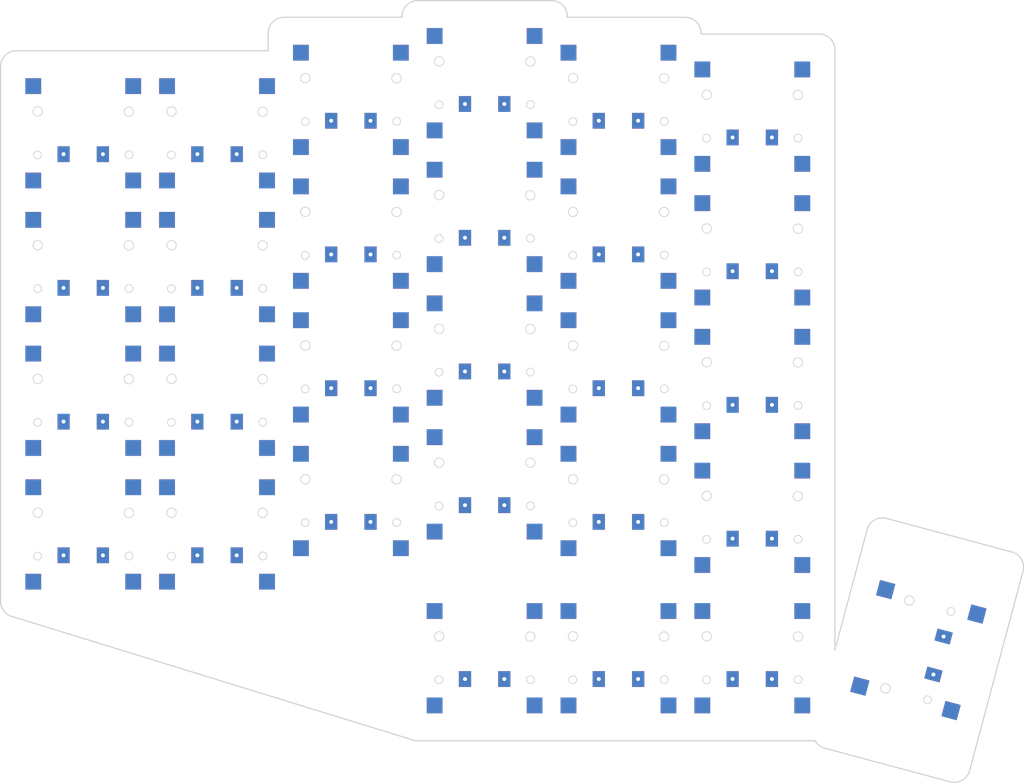
<source format=kicad_pcb>
(kicad_pcb (version 20240108) (generator "ergogen") (generator_version "4.1.0")
  (title_block (title "left") (date "2025-02-12") (rev "0.1") (company "Felipe Coury"))
  (layers (0 "F.Cu" signal) (31 "B.Cu" signal) (34 "B.Paste" user) (35 "F.Paste" user) (36 "B.SilkS" user "B.Silkscreen") (37 "F.SilkS" user "F.Silkscreen") (38 "B.Mask" user) (39 "F.Mask" user) (44 "Edge.Cuts" user))
  (net 0 "")
  (net 1 "C0")
  (net 2 "outer_bottom")
  (net 3 "outer_home")
  (net 4 "outer_top")
  (net 5 "outer_number")
  (net 6 "C1")
  (net 7 "pinky_bottom")
  (net 8 "pinky_home")
  (net 9 "pinky_top")
  (net 10 "pinky_number")
  (net 11 "C2")
  (net 12 "ring_bottom")
  (net 13 "ring_home")
  (net 14 "ring_top")
  (net 15 "ring_number")
  (net 16 "C3")
  (net 17 "middle_bottom")
  (net 18 "middle_home")
  (net 19 "middle_top")
  (net 20 "middle_number")
  (net 21 "C4")
  (net 22 "index_bottom")
  (net 23 "index_home")
  (net 24 "index_top")
  (net 25 "index_number")
  (net 26 "C5")
  (net 27 "inner_bottom")
  (net 28 "inner_home")
  (net 29 "inner_top")
  (net 30 "inner_number")
  (net 31 "inward_home")
  (net 32 "outward_home")
  (net 33 "small_thumbkey_home")
  (net 34 "thumbkey_home")
  (footprint "CPG1316S01D02_reversible" (at 100 100 0) (layer F.Cu)
    (property "Reference" "S1" hide)
    (pad "1" thru_hole rect (at -2.5 2.65 0) (size 1.55 2) (drill 0.5) (layers "*.Cu" "*.Mask") (net 1 "C0"))
    (pad "2" thru_hole rect (at 2.5 2.65 0) (size 1.55 2) (drill 0.5) (layers "*.Cu" "*.Mask") (net 2 "outer_bottom"))
    (pad "3" smd rect (at -6.35 -6 0) (size 2 2) (layers "F.Cu" "F.Paste" "F.Mask") (net 0 ""))
    (pad "3" smd rect (at -6.35 -6 0) (size 2 2) (layers "B.Cu" "B.Paste" "B.Mask") (net 0 ""))
    (pad "3" smd rect (at -6.35 6 0) (size 2 2) (layers "F.Cu" "F.Paste" "F.Mask") (net 0 ""))
    (pad "3" smd rect (at -6.35 6 0) (size 2 2) (layers "B.Cu" "B.Paste" "B.Mask") (net 0 ""))
    (pad "3" smd rect (at 6.35 -6 0) (size 2 2) (layers "F.Cu" "F.Paste" "F.Mask") (net 0 ""))
    (pad "3" smd rect (at 6.35 -6 0) (size 2 2) (layers "B.Cu" "B.Paste" "B.Mask") (net 0 ""))
    (pad "3" smd rect (at 6.35 6 0) (size 2 2) (layers "F.Cu" "F.Paste" "F.Mask") (net 0 ""))
    (pad "3" smd rect (at 6.35 6 0) (size 2 2) (layers "B.Cu" "B.Paste" "B.Mask") (net 0 ""))
    (fp_circle (center -5.8 2.75) (end -5.3 2.75) (stroke (width 0.1)) (fill none) (layer "Edge.Cuts"))
    (fp_circle (center -5.781 -2.773) (end -6.381 -2.773) (stroke (width 0.1)) (fill none) (layer "Edge.Cuts"))
    (fp_circle (center 5.8 -2.75) (end 6.4 -2.75) (stroke (width 0.1)) (fill none) (layer "Edge.Cuts"))
    (fp_circle (center 5.819 2.727) (end 5.319 2.727) (stroke (width 0.1)) (fill none) (layer "Edge.Cuts"))
  )
  (footprint "CPG1316S01D02_reversible" (at 100 83 0) (layer F.Cu)
    (property "Reference" "S2" hide)
    (pad "1" thru_hole rect (at -2.5 2.65 0) (size 1.55 2) (drill 0.5) (layers "*.Cu" "*.Mask") (net 1 "C0"))
    (pad "2" thru_hole rect (at 2.5 2.65 0) (size 1.55 2) (drill 0.5) (layers "*.Cu" "*.Mask") (net 3 "outer_home"))
    (pad "3" smd rect (at -6.35 -6 0) (size 2 2) (layers "F.Cu" "F.Paste" "F.Mask") (net 0 ""))
    (pad "3" smd rect (at -6.35 -6 0) (size 2 2) (layers "B.Cu" "B.Paste" "B.Mask") (net 0 ""))
    (pad "3" smd rect (at -6.35 6 0) (size 2 2) (layers "F.Cu" "F.Paste" "F.Mask") (net 0 ""))
    (pad "3" smd rect (at -6.35 6 0) (size 2 2) (layers "B.Cu" "B.Paste" "B.Mask") (net 0 ""))
    (pad "3" smd rect (at 6.35 -6 0) (size 2 2) (layers "F.Cu" "F.Paste" "F.Mask") (net 0 ""))
    (pad "3" smd rect (at 6.35 -6 0) (size 2 2) (layers "B.Cu" "B.Paste" "B.Mask") (net 0 ""))
    (pad "3" smd rect (at 6.35 6 0) (size 2 2) (layers "F.Cu" "F.Paste" "F.Mask") (net 0 ""))
    (pad "3" smd rect (at 6.35 6 0) (size 2 2) (layers "B.Cu" "B.Paste" "B.Mask") (net 0 ""))
    (fp_circle (center -5.8 2.75) (end -5.3 2.75) (stroke (width 0.1)) (fill none) (layer "Edge.Cuts"))
    (fp_circle (center -5.781 -2.773) (end -6.381 -2.773) (stroke (width 0.1)) (fill none) (layer "Edge.Cuts"))
    (fp_circle (center 5.8 -2.75) (end 6.4 -2.75) (stroke (width 0.1)) (fill none) (layer "Edge.Cuts"))
    (fp_circle (center 5.819 2.727) (end 5.319 2.727) (stroke (width 0.1)) (fill none) (layer "Edge.Cuts"))
  )
  (footprint "CPG1316S01D02_reversible" (at 100 66 0) (layer F.Cu)
    (property "Reference" "S3" hide)
    (pad "1" thru_hole rect (at -2.5 2.65 0) (size 1.55 2) (drill 0.5) (layers "*.Cu" "*.Mask") (net 1 "C0"))
    (pad "2" thru_hole rect (at 2.5 2.65 0) (size 1.55 2) (drill 0.5) (layers "*.Cu" "*.Mask") (net 4 "outer_top"))
    (pad "3" smd rect (at -6.35 -6 0) (size 2 2) (layers "F.Cu" "F.Paste" "F.Mask") (net 0 ""))
    (pad "3" smd rect (at -6.35 -6 0) (size 2 2) (layers "B.Cu" "B.Paste" "B.Mask") (net 0 ""))
    (pad "3" smd rect (at -6.35 6 0) (size 2 2) (layers "F.Cu" "F.Paste" "F.Mask") (net 0 ""))
    (pad "3" smd rect (at -6.35 6 0) (size 2 2) (layers "B.Cu" "B.Paste" "B.Mask") (net 0 ""))
    (pad "3" smd rect (at 6.35 -6 0) (size 2 2) (layers "F.Cu" "F.Paste" "F.Mask") (net 0 ""))
    (pad "3" smd rect (at 6.35 -6 0) (size 2 2) (layers "B.Cu" "B.Paste" "B.Mask") (net 0 ""))
    (pad "3" smd rect (at 6.35 6 0) (size 2 2) (layers "F.Cu" "F.Paste" "F.Mask") (net 0 ""))
    (pad "3" smd rect (at 6.35 6 0) (size 2 2) (layers "B.Cu" "B.Paste" "B.Mask") (net 0 ""))
    (fp_circle (center -5.8 2.75) (end -5.3 2.75) (stroke (width 0.1)) (fill none) (layer "Edge.Cuts"))
    (fp_circle (center -5.781 -2.773) (end -6.381 -2.773) (stroke (width 0.1)) (fill none) (layer "Edge.Cuts"))
    (fp_circle (center 5.8 -2.75) (end 6.4 -2.75) (stroke (width 0.1)) (fill none) (layer "Edge.Cuts"))
    (fp_circle (center 5.819 2.727) (end 5.319 2.727) (stroke (width 0.1)) (fill none) (layer "Edge.Cuts"))
  )
  (footprint "CPG1316S01D02_reversible" (at 100 49 0) (layer F.Cu)
    (property "Reference" "S4" hide)
    (pad "1" thru_hole rect (at -2.5 2.65 0) (size 1.55 2) (drill 0.5) (layers "*.Cu" "*.Mask") (net 1 "C0"))
    (pad "2" thru_hole rect (at 2.5 2.65 0) (size 1.55 2) (drill 0.5) (layers "*.Cu" "*.Mask") (net 5 "outer_number"))
    (pad "3" smd rect (at -6.35 -6 0) (size 2 2) (layers "F.Cu" "F.Paste" "F.Mask") (net 0 ""))
    (pad "3" smd rect (at -6.35 -6 0) (size 2 2) (layers "B.Cu" "B.Paste" "B.Mask") (net 0 ""))
    (pad "3" smd rect (at -6.35 6 0) (size 2 2) (layers "F.Cu" "F.Paste" "F.Mask") (net 0 ""))
    (pad "3" smd rect (at -6.35 6 0) (size 2 2) (layers "B.Cu" "B.Paste" "B.Mask") (net 0 ""))
    (pad "3" smd rect (at 6.35 -6 0) (size 2 2) (layers "F.Cu" "F.Paste" "F.Mask") (net 0 ""))
    (pad "3" smd rect (at 6.35 -6 0) (size 2 2) (layers "B.Cu" "B.Paste" "B.Mask") (net 0 ""))
    (pad "3" smd rect (at 6.35 6 0) (size 2 2) (layers "F.Cu" "F.Paste" "F.Mask") (net 0 ""))
    (pad "3" smd rect (at 6.35 6 0) (size 2 2) (layers "B.Cu" "B.Paste" "B.Mask") (net 0 ""))
    (fp_circle (center -5.8 2.75) (end -5.3 2.75) (stroke (width 0.1)) (fill none) (layer "Edge.Cuts"))
    (fp_circle (center -5.781 -2.773) (end -6.381 -2.773) (stroke (width 0.1)) (fill none) (layer "Edge.Cuts"))
    (fp_circle (center 5.8 -2.75) (end 6.4 -2.75) (stroke (width 0.1)) (fill none) (layer "Edge.Cuts"))
    (fp_circle (center 5.819 2.727) (end 5.319 2.727) (stroke (width 0.1)) (fill none) (layer "Edge.Cuts"))
  )
  (footprint "CPG1316S01D02_reversible" (at 117 100 0) (layer F.Cu)
    (property "Reference" "S5" hide)
    (pad "1" thru_hole rect (at -2.5 2.65 0) (size 1.55 2) (drill 0.5) (layers "*.Cu" "*.Mask") (net 6 "C1"))
    (pad "2" thru_hole rect (at 2.5 2.65 0) (size 1.55 2) (drill 0.5) (layers "*.Cu" "*.Mask") (net 7 "pinky_bottom"))
    (pad "3" smd rect (at -6.35 -6 0) (size 2 2) (layers "F.Cu" "F.Paste" "F.Mask") (net 0 ""))
    (pad "3" smd rect (at -6.35 -6 0) (size 2 2) (layers "B.Cu" "B.Paste" "B.Mask") (net 0 ""))
    (pad "3" smd rect (at -6.35 6 0) (size 2 2) (layers "F.Cu" "F.Paste" "F.Mask") (net 0 ""))
    (pad "3" smd rect (at -6.35 6 0) (size 2 2) (layers "B.Cu" "B.Paste" "B.Mask") (net 0 ""))
    (pad "3" smd rect (at 6.35 -6 0) (size 2 2) (layers "F.Cu" "F.Paste" "F.Mask") (net 0 ""))
    (pad "3" smd rect (at 6.35 -6 0) (size 2 2) (layers "B.Cu" "B.Paste" "B.Mask") (net 0 ""))
    (pad "3" smd rect (at 6.35 6 0) (size 2 2) (layers "F.Cu" "F.Paste" "F.Mask") (net 0 ""))
    (pad "3" smd rect (at 6.35 6 0) (size 2 2) (layers "B.Cu" "B.Paste" "B.Mask") (net 0 ""))
    (fp_circle (center -5.8 2.75) (end -5.3 2.75) (stroke (width 0.1)) (fill none) (layer "Edge.Cuts"))
    (fp_circle (center -5.781 -2.773) (end -6.381 -2.773) (stroke (width 0.1)) (fill none) (layer "Edge.Cuts"))
    (fp_circle (center 5.8 -2.75) (end 6.4 -2.75) (stroke (width 0.1)) (fill none) (layer "Edge.Cuts"))
    (fp_circle (center 5.819 2.727) (end 5.319 2.727) (stroke (width 0.1)) (fill none) (layer "Edge.Cuts"))
  )
  (footprint "CPG1316S01D02_reversible" (at 117 83 0) (layer F.Cu)
    (property "Reference" "S6" hide)
    (pad "1" thru_hole rect (at -2.5 2.65 0) (size 1.55 2) (drill 0.5) (layers "*.Cu" "*.Mask") (net 6 "C1"))
    (pad "2" thru_hole rect (at 2.5 2.65 0) (size 1.55 2) (drill 0.5) (layers "*.Cu" "*.Mask") (net 8 "pinky_home"))
    (pad "3" smd rect (at -6.35 -6 0) (size 2 2) (layers "F.Cu" "F.Paste" "F.Mask") (net 0 ""))
    (pad "3" smd rect (at -6.35 -6 0) (size 2 2) (layers "B.Cu" "B.Paste" "B.Mask") (net 0 ""))
    (pad "3" smd rect (at -6.35 6 0) (size 2 2) (layers "F.Cu" "F.Paste" "F.Mask") (net 0 ""))
    (pad "3" smd rect (at -6.35 6 0) (size 2 2) (layers "B.Cu" "B.Paste" "B.Mask") (net 0 ""))
    (pad "3" smd rect (at 6.35 -6 0) (size 2 2) (layers "F.Cu" "F.Paste" "F.Mask") (net 0 ""))
    (pad "3" smd rect (at 6.35 -6 0) (size 2 2) (layers "B.Cu" "B.Paste" "B.Mask") (net 0 ""))
    (pad "3" smd rect (at 6.35 6 0) (size 2 2) (layers "F.Cu" "F.Paste" "F.Mask") (net 0 ""))
    (pad "3" smd rect (at 6.35 6 0) (size 2 2) (layers "B.Cu" "B.Paste" "B.Mask") (net 0 ""))
    (fp_circle (center -5.8 2.75) (end -5.3 2.75) (stroke (width 0.1)) (fill none) (layer "Edge.Cuts"))
    (fp_circle (center -5.781 -2.773) (end -6.381 -2.773) (stroke (width 0.1)) (fill none) (layer "Edge.Cuts"))
    (fp_circle (center 5.8 -2.75) (end 6.4 -2.75) (stroke (width 0.1)) (fill none) (layer "Edge.Cuts"))
    (fp_circle (center 5.819 2.727) (end 5.319 2.727) (stroke (width 0.1)) (fill none) (layer "Edge.Cuts"))
  )
  (footprint "CPG1316S01D02_reversible" (at 117 66 0) (layer F.Cu)
    (property "Reference" "S7" hide)
    (pad "1" thru_hole rect (at -2.5 2.65 0) (size 1.55 2) (drill 0.5) (layers "*.Cu" "*.Mask") (net 6 "C1"))
    (pad "2" thru_hole rect (at 2.5 2.65 0) (size 1.55 2) (drill 0.5) (layers "*.Cu" "*.Mask") (net 9 "pinky_top"))
    (pad "3" smd rect (at -6.35 -6 0) (size 2 2) (layers "F.Cu" "F.Paste" "F.Mask") (net 0 ""))
    (pad "3" smd rect (at -6.35 -6 0) (size 2 2) (layers "B.Cu" "B.Paste" "B.Mask") (net 0 ""))
    (pad "3" smd rect (at -6.35 6 0) (size 2 2) (layers "F.Cu" "F.Paste" "F.Mask") (net 0 ""))
    (pad "3" smd rect (at -6.35 6 0) (size 2 2) (layers "B.Cu" "B.Paste" "B.Mask") (net 0 ""))
    (pad "3" smd rect (at 6.35 -6 0) (size 2 2) (layers "F.Cu" "F.Paste" "F.Mask") (net 0 ""))
    (pad "3" smd rect (at 6.35 -6 0) (size 2 2) (layers "B.Cu" "B.Paste" "B.Mask") (net 0 ""))
    (pad "3" smd rect (at 6.35 6 0) (size 2 2) (layers "F.Cu" "F.Paste" "F.Mask") (net 0 ""))
    (pad "3" smd rect (at 6.35 6 0) (size 2 2) (layers "B.Cu" "B.Paste" "B.Mask") (net 0 ""))
    (fp_circle (center -5.8 2.75) (end -5.3 2.75) (stroke (width 0.1)) (fill none) (layer "Edge.Cuts"))
    (fp_circle (center -5.781 -2.773) (end -6.381 -2.773) (stroke (width 0.1)) (fill none) (layer "Edge.Cuts"))
    (fp_circle (center 5.8 -2.75) (end 6.4 -2.75) (stroke (width 0.1)) (fill none) (layer "Edge.Cuts"))
    (fp_circle (center 5.819 2.727) (end 5.319 2.727) (stroke (width 0.1)) (fill none) (layer "Edge.Cuts"))
  )
  (footprint "CPG1316S01D02_reversible" (at 117 49 0) (layer F.Cu)
    (property "Reference" "S8" hide)
    (pad "1" thru_hole rect (at -2.5 2.65 0) (size 1.55 2) (drill 0.5) (layers "*.Cu" "*.Mask") (net 6 "C1"))
    (pad "2" thru_hole rect (at 2.5 2.65 0) (size 1.55 2) (drill 0.5) (layers "*.Cu" "*.Mask") (net 10 "pinky_number"))
    (pad "3" smd rect (at -6.35 -6 0) (size 2 2) (layers "F.Cu" "F.Paste" "F.Mask") (net 0 ""))
    (pad "3" smd rect (at -6.35 -6 0) (size 2 2) (layers "B.Cu" "B.Paste" "B.Mask") (net 0 ""))
    (pad "3" smd rect (at -6.35 6 0) (size 2 2) (layers "F.Cu" "F.Paste" "F.Mask") (net 0 ""))
    (pad "3" smd rect (at -6.35 6 0) (size 2 2) (layers "B.Cu" "B.Paste" "B.Mask") (net 0 ""))
    (pad "3" smd rect (at 6.35 -6 0) (size 2 2) (layers "F.Cu" "F.Paste" "F.Mask") (net 0 ""))
    (pad "3" smd rect (at 6.35 -6 0) (size 2 2) (layers "B.Cu" "B.Paste" "B.Mask") (net 0 ""))
    (pad "3" smd rect (at 6.35 6 0) (size 2 2) (layers "F.Cu" "F.Paste" "F.Mask") (net 0 ""))
    (pad "3" smd rect (at 6.35 6 0) (size 2 2) (layers "B.Cu" "B.Paste" "B.Mask") (net 0 ""))
    (fp_circle (center -5.8 2.75) (end -5.3 2.75) (stroke (width 0.1)) (fill none) (layer "Edge.Cuts"))
    (fp_circle (center -5.781 -2.773) (end -6.381 -2.773) (stroke (width 0.1)) (fill none) (layer "Edge.Cuts"))
    (fp_circle (center 5.8 -2.75) (end 6.4 -2.75) (stroke (width 0.1)) (fill none) (layer "Edge.Cuts"))
    (fp_circle (center 5.819 2.727) (end 5.319 2.727) (stroke (width 0.1)) (fill none) (layer "Edge.Cuts"))
  )
  (footprint "CPG1316S01D02_reversible" (at 134 95.75 0) (layer F.Cu)
    (property "Reference" "S9" hide)
    (pad "1" thru_hole rect (at -2.5 2.65 0) (size 1.55 2) (drill 0.5) (layers "*.Cu" "*.Mask") (net 11 "C2"))
    (pad "2" thru_hole rect (at 2.5 2.65 0) (size 1.55 2) (drill 0.5) (layers "*.Cu" "*.Mask") (net 12 "ring_bottom"))
    (pad "3" smd rect (at -6.35 -6 0) (size 2 2) (layers "F.Cu" "F.Paste" "F.Mask") (net 0 ""))
    (pad "3" smd rect (at -6.35 -6 0) (size 2 2) (layers "B.Cu" "B.Paste" "B.Mask") (net 0 ""))
    (pad "3" smd rect (at -6.35 6 0) (size 2 2) (layers "F.Cu" "F.Paste" "F.Mask") (net 0 ""))
    (pad "3" smd rect (at -6.35 6 0) (size 2 2) (layers "B.Cu" "B.Paste" "B.Mask") (net 0 ""))
    (pad "3" smd rect (at 6.35 -6 0) (size 2 2) (layers "F.Cu" "F.Paste" "F.Mask") (net 0 ""))
    (pad "3" smd rect (at 6.35 -6 0) (size 2 2) (layers "B.Cu" "B.Paste" "B.Mask") (net 0 ""))
    (pad "3" smd rect (at 6.35 6 0) (size 2 2) (layers "F.Cu" "F.Paste" "F.Mask") (net 0 ""))
    (pad "3" smd rect (at 6.35 6 0) (size 2 2) (layers "B.Cu" "B.Paste" "B.Mask") (net 0 ""))
    (fp_circle (center -5.8 2.75) (end -5.3 2.75) (stroke (width 0.1)) (fill none) (layer "Edge.Cuts"))
    (fp_circle (center -5.781 -2.773) (end -6.381 -2.773) (stroke (width 0.1)) (fill none) (layer "Edge.Cuts"))
    (fp_circle (center 5.8 -2.75) (end 6.4 -2.75) (stroke (width 0.1)) (fill none) (layer "Edge.Cuts"))
    (fp_circle (center 5.819 2.727) (end 5.319 2.727) (stroke (width 0.1)) (fill none) (layer "Edge.Cuts"))
  )
  (footprint "CPG1316S01D02_reversible" (at 134 78.75 0) (layer F.Cu)
    (property "Reference" "S10" hide)
    (pad "1" thru_hole rect (at -2.5 2.65 0) (size 1.55 2) (drill 0.5) (layers "*.Cu" "*.Mask") (net 11 "C2"))
    (pad "2" thru_hole rect (at 2.5 2.65 0) (size 1.55 2) (drill 0.5) (layers "*.Cu" "*.Mask") (net 13 "ring_home"))
    (pad "3" smd rect (at -6.35 -6 0) (size 2 2) (layers "F.Cu" "F.Paste" "F.Mask") (net 0 ""))
    (pad "3" smd rect (at -6.35 -6 0) (size 2 2) (layers "B.Cu" "B.Paste" "B.Mask") (net 0 ""))
    (pad "3" smd rect (at -6.35 6 0) (size 2 2) (layers "F.Cu" "F.Paste" "F.Mask") (net 0 ""))
    (pad "3" smd rect (at -6.35 6 0) (size 2 2) (layers "B.Cu" "B.Paste" "B.Mask") (net 0 ""))
    (pad "3" smd rect (at 6.35 -6 0) (size 2 2) (layers "F.Cu" "F.Paste" "F.Mask") (net 0 ""))
    (pad "3" smd rect (at 6.35 -6 0) (size 2 2) (layers "B.Cu" "B.Paste" "B.Mask") (net 0 ""))
    (pad "3" smd rect (at 6.35 6 0) (size 2 2) (layers "F.Cu" "F.Paste" "F.Mask") (net 0 ""))
    (pad "3" smd rect (at 6.35 6 0) (size 2 2) (layers "B.Cu" "B.Paste" "B.Mask") (net 0 ""))
    (fp_circle (center -5.8 2.75) (end -5.3 2.75) (stroke (width 0.1)) (fill none) (layer "Edge.Cuts"))
    (fp_circle (center -5.781 -2.773) (end -6.381 -2.773) (stroke (width 0.1)) (fill none) (layer "Edge.Cuts"))
    (fp_circle (center 5.8 -2.75) (end 6.4 -2.75) (stroke (width 0.1)) (fill none) (layer "Edge.Cuts"))
    (fp_circle (center 5.819 2.727) (end 5.319 2.727) (stroke (width 0.1)) (fill none) (layer "Edge.Cuts"))
  )
  (footprint "CPG1316S01D02_reversible" (at 134 61.75 0) (layer F.Cu)
    (property "Reference" "S11" hide)
    (pad "1" thru_hole rect (at -2.5 2.65 0) (size 1.55 2) (drill 0.5) (layers "*.Cu" "*.Mask") (net 11 "C2"))
    (pad "2" thru_hole rect (at 2.5 2.65 0) (size 1.55 2) (drill 0.5) (layers "*.Cu" "*.Mask") (net 14 "ring_top"))
    (pad "3" smd rect (at -6.35 -6 0) (size 2 2) (layers "F.Cu" "F.Paste" "F.Mask") (net 0 ""))
    (pad "3" smd rect (at -6.35 -6 0) (size 2 2) (layers "B.Cu" "B.Paste" "B.Mask") (net 0 ""))
    (pad "3" smd rect (at -6.35 6 0) (size 2 2) (layers "F.Cu" "F.Paste" "F.Mask") (net 0 ""))
    (pad "3" smd rect (at -6.35 6 0) (size 2 2) (layers "B.Cu" "B.Paste" "B.Mask") (net 0 ""))
    (pad "3" smd rect (at 6.35 -6 0) (size 2 2) (layers "F.Cu" "F.Paste" "F.Mask") (net 0 ""))
    (pad "3" smd rect (at 6.35 -6 0) (size 2 2) (layers "B.Cu" "B.Paste" "B.Mask") (net 0 ""))
    (pad "3" smd rect (at 6.35 6 0) (size 2 2) (layers "F.Cu" "F.Paste" "F.Mask") (net 0 ""))
    (pad "3" smd rect (at 6.35 6 0) (size 2 2) (layers "B.Cu" "B.Paste" "B.Mask") (net 0 ""))
    (fp_circle (center -5.8 2.75) (end -5.3 2.75) (stroke (width 0.1)) (fill none) (layer "Edge.Cuts"))
    (fp_circle (center -5.781 -2.773) (end -6.381 -2.773) (stroke (width 0.1)) (fill none) (layer "Edge.Cuts"))
    (fp_circle (center 5.8 -2.75) (end 6.4 -2.75) (stroke (width 0.1)) (fill none) (layer "Edge.Cuts"))
    (fp_circle (center 5.819 2.727) (end 5.319 2.727) (stroke (width 0.1)) (fill none) (layer "Edge.Cuts"))
  )
  (footprint "CPG1316S01D02_reversible" (at 134 44.75 0) (layer F.Cu)
    (property "Reference" "S12" hide)
    (pad "1" thru_hole rect (at -2.5 2.65 0) (size 1.55 2) (drill 0.5) (layers "*.Cu" "*.Mask") (net 11 "C2"))
    (pad "2" thru_hole rect (at 2.5 2.65 0) (size 1.55 2) (drill 0.5) (layers "*.Cu" "*.Mask") (net 15 "ring_number"))
    (pad "3" smd rect (at -6.35 -6 0) (size 2 2) (layers "F.Cu" "F.Paste" "F.Mask") (net 0 ""))
    (pad "3" smd rect (at -6.35 -6 0) (size 2 2) (layers "B.Cu" "B.Paste" "B.Mask") (net 0 ""))
    (pad "3" smd rect (at -6.35 6 0) (size 2 2) (layers "F.Cu" "F.Paste" "F.Mask") (net 0 ""))
    (pad "3" smd rect (at -6.35 6 0) (size 2 2) (layers "B.Cu" "B.Paste" "B.Mask") (net 0 ""))
    (pad "3" smd rect (at 6.35 -6 0) (size 2 2) (layers "F.Cu" "F.Paste" "F.Mask") (net 0 ""))
    (pad "3" smd rect (at 6.35 -6 0) (size 2 2) (layers "B.Cu" "B.Paste" "B.Mask") (net 0 ""))
    (pad "3" smd rect (at 6.35 6 0) (size 2 2) (layers "F.Cu" "F.Paste" "F.Mask") (net 0 ""))
    (pad "3" smd rect (at 6.35 6 0) (size 2 2) (layers "B.Cu" "B.Paste" "B.Mask") (net 0 ""))
    (fp_circle (center -5.8 2.75) (end -5.3 2.75) (stroke (width 0.1)) (fill none) (layer "Edge.Cuts"))
    (fp_circle (center -5.781 -2.773) (end -6.381 -2.773) (stroke (width 0.1)) (fill none) (layer "Edge.Cuts"))
    (fp_circle (center 5.8 -2.75) (end 6.4 -2.75) (stroke (width 0.1)) (fill none) (layer "Edge.Cuts"))
    (fp_circle (center 5.819 2.727) (end 5.319 2.727) (stroke (width 0.1)) (fill none) (layer "Edge.Cuts"))
  )
  (footprint "CPG1316S01D02_reversible" (at 151 93.625 0) (layer F.Cu)
    (property "Reference" "S13" hide)
    (pad "1" thru_hole rect (at -2.5 2.65 0) (size 1.55 2) (drill 0.5) (layers "*.Cu" "*.Mask") (net 16 "C3"))
    (pad "2" thru_hole rect (at 2.5 2.65 0) (size 1.55 2) (drill 0.5) (layers "*.Cu" "*.Mask") (net 17 "middle_bottom"))
    (pad "3" smd rect (at -6.35 -6 0) (size 2 2) (layers "F.Cu" "F.Paste" "F.Mask") (net 0 ""))
    (pad "3" smd rect (at -6.35 -6 0) (size 2 2) (layers "B.Cu" "B.Paste" "B.Mask") (net 0 ""))
    (pad "3" smd rect (at -6.35 6 0) (size 2 2) (layers "F.Cu" "F.Paste" "F.Mask") (net 0 ""))
    (pad "3" smd rect (at -6.35 6 0) (size 2 2) (layers "B.Cu" "B.Paste" "B.Mask") (net 0 ""))
    (pad "3" smd rect (at 6.35 -6 0) (size 2 2) (layers "F.Cu" "F.Paste" "F.Mask") (net 0 ""))
    (pad "3" smd rect (at 6.35 -6 0) (size 2 2) (layers "B.Cu" "B.Paste" "B.Mask") (net 0 ""))
    (pad "3" smd rect (at 6.35 6 0) (size 2 2) (layers "F.Cu" "F.Paste" "F.Mask") (net 0 ""))
    (pad "3" smd rect (at 6.35 6 0) (size 2 2) (layers "B.Cu" "B.Paste" "B.Mask") (net 0 ""))
    (fp_circle (center -5.8 2.75) (end -5.3 2.75) (stroke (width 0.1)) (fill none) (layer "Edge.Cuts"))
    (fp_circle (center -5.781 -2.773) (end -6.381 -2.773) (stroke (width 0.1)) (fill none) (layer "Edge.Cuts"))
    (fp_circle (center 5.8 -2.75) (end 6.4 -2.75) (stroke (width 0.1)) (fill none) (layer "Edge.Cuts"))
    (fp_circle (center 5.819 2.727) (end 5.319 2.727) (stroke (width 0.1)) (fill none) (layer "Edge.Cuts"))
  )
  (footprint "CPG1316S01D02_reversible" (at 151 76.625 0) (layer F.Cu)
    (property "Reference" "S14" hide)
    (pad "1" thru_hole rect (at -2.5 2.65 0) (size 1.55 2) (drill 0.5) (layers "*.Cu" "*.Mask") (net 16 "C3"))
    (pad "2" thru_hole rect (at 2.5 2.65 0) (size 1.55 2) (drill 0.5) (layers "*.Cu" "*.Mask") (net 18 "middle_home"))
    (pad "3" smd rect (at -6.35 -6 0) (size 2 2) (layers "F.Cu" "F.Paste" "F.Mask") (net 0 ""))
    (pad "3" smd rect (at -6.35 -6 0) (size 2 2) (layers "B.Cu" "B.Paste" "B.Mask") (net 0 ""))
    (pad "3" smd rect (at -6.35 6 0) (size 2 2) (layers "F.Cu" "F.Paste" "F.Mask") (net 0 ""))
    (pad "3" smd rect (at -6.35 6 0) (size 2 2) (layers "B.Cu" "B.Paste" "B.Mask") (net 0 ""))
    (pad "3" smd rect (at 6.35 -6 0) (size 2 2) (layers "F.Cu" "F.Paste" "F.Mask") (net 0 ""))
    (pad "3" smd rect (at 6.35 -6 0) (size 2 2) (layers "B.Cu" "B.Paste" "B.Mask") (net 0 ""))
    (pad "3" smd rect (at 6.35 6 0) (size 2 2) (layers "F.Cu" "F.Paste" "F.Mask") (net 0 ""))
    (pad "3" smd rect (at 6.35 6 0) (size 2 2) (layers "B.Cu" "B.Paste" "B.Mask") (net 0 ""))
    (fp_circle (center -5.8 2.75) (end -5.3 2.75) (stroke (width 0.1)) (fill none) (layer "Edge.Cuts"))
    (fp_circle (center -5.781 -2.773) (end -6.381 -2.773) (stroke (width 0.1)) (fill none) (layer "Edge.Cuts"))
    (fp_circle (center 5.8 -2.75) (end 6.4 -2.75) (stroke (width 0.1)) (fill none) (layer "Edge.Cuts"))
    (fp_circle (center 5.819 2.727) (end 5.319 2.727) (stroke (width 0.1)) (fill none) (layer "Edge.Cuts"))
  )
  (footprint "CPG1316S01D02_reversible" (at 151 59.625 0) (layer F.Cu)
    (property "Reference" "S15" hide)
    (pad "1" thru_hole rect (at -2.5 2.65 0) (size 1.55 2) (drill 0.5) (layers "*.Cu" "*.Mask") (net 16 "C3"))
    (pad "2" thru_hole rect (at 2.5 2.65 0) (size 1.55 2) (drill 0.5) (layers "*.Cu" "*.Mask") (net 19 "middle_top"))
    (pad "3" smd rect (at -6.35 -6 0) (size 2 2) (layers "F.Cu" "F.Paste" "F.Mask") (net 0 ""))
    (pad "3" smd rect (at -6.35 -6 0) (size 2 2) (layers "B.Cu" "B.Paste" "B.Mask") (net 0 ""))
    (pad "3" smd rect (at -6.35 6 0) (size 2 2) (layers "F.Cu" "F.Paste" "F.Mask") (net 0 ""))
    (pad "3" smd rect (at -6.35 6 0) (size 2 2) (layers "B.Cu" "B.Paste" "B.Mask") (net 0 ""))
    (pad "3" smd rect (at 6.35 -6 0) (size 2 2) (layers "F.Cu" "F.Paste" "F.Mask") (net 0 ""))
    (pad "3" smd rect (at 6.35 -6 0) (size 2 2) (layers "B.Cu" "B.Paste" "B.Mask") (net 0 ""))
    (pad "3" smd rect (at 6.35 6 0) (size 2 2) (layers "F.Cu" "F.Paste" "F.Mask") (net 0 ""))
    (pad "3" smd rect (at 6.35 6 0) (size 2 2) (layers "B.Cu" "B.Paste" "B.Mask") (net 0 ""))
    (fp_circle (center -5.8 2.75) (end -5.3 2.75) (stroke (width 0.1)) (fill none) (layer "Edge.Cuts"))
    (fp_circle (center -5.781 -2.773) (end -6.381 -2.773) (stroke (width 0.1)) (fill none) (layer "Edge.Cuts"))
    (fp_circle (center 5.8 -2.75) (end 6.4 -2.75) (stroke (width 0.1)) (fill none) (layer "Edge.Cuts"))
    (fp_circle (center 5.819 2.727) (end 5.319 2.727) (stroke (width 0.1)) (fill none) (layer "Edge.Cuts"))
  )
  (footprint "CPG1316S01D02_reversible" (at 151 42.625 0) (layer F.Cu)
    (property "Reference" "S16" hide)
    (pad "1" thru_hole rect (at -2.5 2.65 0) (size 1.55 2) (drill 0.5) (layers "*.Cu" "*.Mask") (net 16 "C3"))
    (pad "2" thru_hole rect (at 2.5 2.65 0) (size 1.55 2) (drill 0.5) (layers "*.Cu" "*.Mask") (net 20 "middle_number"))
    (pad "3" smd rect (at -6.35 -6 0) (size 2 2) (layers "F.Cu" "F.Paste" "F.Mask") (net 0 ""))
    (pad "3" smd rect (at -6.35 -6 0) (size 2 2) (layers "B.Cu" "B.Paste" "B.Mask") (net 0 ""))
    (pad "3" smd rect (at -6.35 6 0) (size 2 2) (layers "F.Cu" "F.Paste" "F.Mask") (net 0 ""))
    (pad "3" smd rect (at -6.35 6 0) (size 2 2) (layers "B.Cu" "B.Paste" "B.Mask") (net 0 ""))
    (pad "3" smd rect (at 6.35 -6 0) (size 2 2) (layers "F.Cu" "F.Paste" "F.Mask") (net 0 ""))
    (pad "3" smd rect (at 6.35 -6 0) (size 2 2) (layers "B.Cu" "B.Paste" "B.Mask") (net 0 ""))
    (pad "3" smd rect (at 6.35 6 0) (size 2 2) (layers "F.Cu" "F.Paste" "F.Mask") (net 0 ""))
    (pad "3" smd rect (at 6.35 6 0) (size 2 2) (layers "B.Cu" "B.Paste" "B.Mask") (net 0 ""))
    (fp_circle (center -5.8 2.75) (end -5.3 2.75) (stroke (width 0.1)) (fill none) (layer "Edge.Cuts"))
    (fp_circle (center -5.781 -2.773) (end -6.381 -2.773) (stroke (width 0.1)) (fill none) (layer "Edge.Cuts"))
    (fp_circle (center 5.8 -2.75) (end 6.4 -2.75) (stroke (width 0.1)) (fill none) (layer "Edge.Cuts"))
    (fp_circle (center 5.819 2.727) (end 5.319 2.727) (stroke (width 0.1)) (fill none) (layer "Edge.Cuts"))
  )
  (footprint "CPG1316S01D02_reversible" (at 168 95.75 0) (layer F.Cu)
    (property "Reference" "S17" hide)
    (pad "1" thru_hole rect (at -2.5 2.65 0) (size 1.55 2) (drill 0.5) (layers "*.Cu" "*.Mask") (net 21 "C4"))
    (pad "2" thru_hole rect (at 2.5 2.65 0) (size 1.55 2) (drill 0.5) (layers "*.Cu" "*.Mask") (net 22 "index_bottom"))
    (pad "3" smd rect (at -6.35 -6 0) (size 2 2) (layers "F.Cu" "F.Paste" "F.Mask") (net 0 ""))
    (pad "3" smd rect (at -6.35 -6 0) (size 2 2) (layers "B.Cu" "B.Paste" "B.Mask") (net 0 ""))
    (pad "3" smd rect (at -6.35 6 0) (size 2 2) (layers "F.Cu" "F.Paste" "F.Mask") (net 0 ""))
    (pad "3" smd rect (at -6.35 6 0) (size 2 2) (layers "B.Cu" "B.Paste" "B.Mask") (net 0 ""))
    (pad "3" smd rect (at 6.35 -6 0) (size 2 2) (layers "F.Cu" "F.Paste" "F.Mask") (net 0 ""))
    (pad "3" smd rect (at 6.35 -6 0) (size 2 2) (layers "B.Cu" "B.Paste" "B.Mask") (net 0 ""))
    (pad "3" smd rect (at 6.35 6 0) (size 2 2) (layers "F.Cu" "F.Paste" "F.Mask") (net 0 ""))
    (pad "3" smd rect (at 6.35 6 0) (size 2 2) (layers "B.Cu" "B.Paste" "B.Mask") (net 0 ""))
    (fp_circle (center -5.8 2.75) (end -5.3 2.75) (stroke (width 0.1)) (fill none) (layer "Edge.Cuts"))
    (fp_circle (center -5.781 -2.773) (end -6.381 -2.773) (stroke (width 0.1)) (fill none) (layer "Edge.Cuts"))
    (fp_circle (center 5.8 -2.75) (end 6.4 -2.75) (stroke (width 0.1)) (fill none) (layer "Edge.Cuts"))
    (fp_circle (center 5.819 2.727) (end 5.319 2.727) (stroke (width 0.1)) (fill none) (layer "Edge.Cuts"))
  )
  (footprint "CPG1316S01D02_reversible" (at 168 78.75 0) (layer F.Cu)
    (property "Reference" "S18" hide)
    (pad "1" thru_hole rect (at -2.5 2.65 0) (size 1.55 2) (drill 0.5) (layers "*.Cu" "*.Mask") (net 21 "C4"))
    (pad "2" thru_hole rect (at 2.5 2.65 0) (size 1.55 2) (drill 0.5) (layers "*.Cu" "*.Mask") (net 23 "index_home"))
    (pad "3" smd rect (at -6.35 -6 0) (size 2 2) (layers "F.Cu" "F.Paste" "F.Mask") (net 0 ""))
    (pad "3" smd rect (at -6.35 -6 0) (size 2 2) (layers "B.Cu" "B.Paste" "B.Mask") (net 0 ""))
    (pad "3" smd rect (at -6.35 6 0) (size 2 2) (layers "F.Cu" "F.Paste" "F.Mask") (net 0 ""))
    (pad "3" smd rect (at -6.35 6 0) (size 2 2) (layers "B.Cu" "B.Paste" "B.Mask") (net 0 ""))
    (pad "3" smd rect (at 6.35 -6 0) (size 2 2) (layers "F.Cu" "F.Paste" "F.Mask") (net 0 ""))
    (pad "3" smd rect (at 6.35 -6 0) (size 2 2) (layers "B.Cu" "B.Paste" "B.Mask") (net 0 ""))
    (pad "3" smd rect (at 6.35 6 0) (size 2 2) (layers "F.Cu" "F.Paste" "F.Mask") (net 0 ""))
    (pad "3" smd rect (at 6.35 6 0) (size 2 2) (layers "B.Cu" "B.Paste" "B.Mask") (net 0 ""))
    (fp_circle (center -5.8 2.75) (end -5.3 2.75) (stroke (width 0.1)) (fill none) (layer "Edge.Cuts"))
    (fp_circle (center -5.781 -2.773) (end -6.381 -2.773) (stroke (width 0.1)) (fill none) (layer "Edge.Cuts"))
    (fp_circle (center 5.8 -2.75) (end 6.4 -2.75) (stroke (width 0.1)) (fill none) (layer "Edge.Cuts"))
    (fp_circle (center 5.819 2.727) (end 5.319 2.727) (stroke (width 0.1)) (fill none) (layer "Edge.Cuts"))
  )
  (footprint "CPG1316S01D02_reversible" (at 168 61.75 0) (layer F.Cu)
    (property "Reference" "S19" hide)
    (pad "1" thru_hole rect (at -2.5 2.65 0) (size 1.55 2) (drill 0.5) (layers "*.Cu" "*.Mask") (net 21 "C4"))
    (pad "2" thru_hole rect (at 2.5 2.65 0) (size 1.55 2) (drill 0.5) (layers "*.Cu" "*.Mask") (net 24 "index_top"))
    (pad "3" smd rect (at -6.35 -6 0) (size 2 2) (layers "F.Cu" "F.Paste" "F.Mask") (net 0 ""))
    (pad "3" smd rect (at -6.35 -6 0) (size 2 2) (layers "B.Cu" "B.Paste" "B.Mask") (net 0 ""))
    (pad "3" smd rect (at -6.35 6 0) (size 2 2) (layers "F.Cu" "F.Paste" "F.Mask") (net 0 ""))
    (pad "3" smd rect (at -6.35 6 0) (size 2 2) (layers "B.Cu" "B.Paste" "B.Mask") (net 0 ""))
    (pad "3" smd rect (at 6.35 -6 0) (size 2 2) (layers "F.Cu" "F.Paste" "F.Mask") (net 0 ""))
    (pad "3" smd rect (at 6.35 -6 0) (size 2 2) (layers "B.Cu" "B.Paste" "B.Mask") (net 0 ""))
    (pad "3" smd rect (at 6.35 6 0) (size 2 2) (layers "F.Cu" "F.Paste" "F.Mask") (net 0 ""))
    (pad "3" smd rect (at 6.35 6 0) (size 2 2) (layers "B.Cu" "B.Paste" "B.Mask") (net 0 ""))
    (fp_circle (center -5.8 2.75) (end -5.3 2.75) (stroke (width 0.1)) (fill none) (layer "Edge.Cuts"))
    (fp_circle (center -5.781 -2.773) (end -6.381 -2.773) (stroke (width 0.1)) (fill none) (layer "Edge.Cuts"))
    (fp_circle (center 5.8 -2.75) (end 6.4 -2.75) (stroke (width 0.1)) (fill none) (layer "Edge.Cuts"))
    (fp_circle (center 5.819 2.727) (end 5.319 2.727) (stroke (width 0.1)) (fill none) (layer "Edge.Cuts"))
  )
  (footprint "CPG1316S01D02_reversible" (at 168 44.75 0) (layer F.Cu)
    (property "Reference" "S20" hide)
    (pad "1" thru_hole rect (at -2.5 2.65 0) (size 1.55 2) (drill 0.5) (layers "*.Cu" "*.Mask") (net 21 "C4"))
    (pad "2" thru_hole rect (at 2.5 2.65 0) (size 1.55 2) (drill 0.5) (layers "*.Cu" "*.Mask") (net 25 "index_number"))
    (pad "3" smd rect (at -6.35 -6 0) (size 2 2) (layers "F.Cu" "F.Paste" "F.Mask") (net 0 ""))
    (pad "3" smd rect (at -6.35 -6 0) (size 2 2) (layers "B.Cu" "B.Paste" "B.Mask") (net 0 ""))
    (pad "3" smd rect (at -6.35 6 0) (size 2 2) (layers "F.Cu" "F.Paste" "F.Mask") (net 0 ""))
    (pad "3" smd rect (at -6.35 6 0) (size 2 2) (layers "B.Cu" "B.Paste" "B.Mask") (net 0 ""))
    (pad "3" smd rect (at 6.35 -6 0) (size 2 2) (layers "F.Cu" "F.Paste" "F.Mask") (net 0 ""))
    (pad "3" smd rect (at 6.35 -6 0) (size 2 2) (layers "B.Cu" "B.Paste" "B.Mask") (net 0 ""))
    (pad "3" smd rect (at 6.35 6 0) (size 2 2) (layers "F.Cu" "F.Paste" "F.Mask") (net 0 ""))
    (pad "3" smd rect (at 6.35 6 0) (size 2 2) (layers "B.Cu" "B.Paste" "B.Mask") (net 0 ""))
    (fp_circle (center -5.8 2.75) (end -5.3 2.75) (stroke (width 0.1)) (fill none) (layer "Edge.Cuts"))
    (fp_circle (center -5.781 -2.773) (end -6.381 -2.773) (stroke (width 0.1)) (fill none) (layer "Edge.Cuts"))
    (fp_circle (center 5.8 -2.75) (end 6.4 -2.75) (stroke (width 0.1)) (fill none) (layer "Edge.Cuts"))
    (fp_circle (center 5.819 2.727) (end 5.319 2.727) (stroke (width 0.1)) (fill none) (layer "Edge.Cuts"))
  )
  (footprint "CPG1316S01D02_reversible" (at 185 97.875 0) (layer F.Cu)
    (property "Reference" "S21" hide)
    (pad "1" thru_hole rect (at -2.5 2.65 0) (size 1.55 2) (drill 0.5) (layers "*.Cu" "*.Mask") (net 26 "C5"))
    (pad "2" thru_hole rect (at 2.5 2.65 0) (size 1.55 2) (drill 0.5) (layers "*.Cu" "*.Mask") (net 27 "inner_bottom"))
    (pad "3" smd rect (at -6.35 -6 0) (size 2 2) (layers "F.Cu" "F.Paste" "F.Mask") (net 0 ""))
    (pad "3" smd rect (at -6.35 -6 0) (size 2 2) (layers "B.Cu" "B.Paste" "B.Mask") (net 0 ""))
    (pad "3" smd rect (at -6.35 6 0) (size 2 2) (layers "F.Cu" "F.Paste" "F.Mask") (net 0 ""))
    (pad "3" smd rect (at -6.35 6 0) (size 2 2) (layers "B.Cu" "B.Paste" "B.Mask") (net 0 ""))
    (pad "3" smd rect (at 6.35 -6 0) (size 2 2) (layers "F.Cu" "F.Paste" "F.Mask") (net 0 ""))
    (pad "3" smd rect (at 6.35 -6 0) (size 2 2) (layers "B.Cu" "B.Paste" "B.Mask") (net 0 ""))
    (pad "3" smd rect (at 6.35 6 0) (size 2 2) (layers "F.Cu" "F.Paste" "F.Mask") (net 0 ""))
    (pad "3" smd rect (at 6.35 6 0) (size 2 2) (layers "B.Cu" "B.Paste" "B.Mask") (net 0 ""))
    (fp_circle (center -5.8 2.75) (end -5.3 2.75) (stroke (width 0.1)) (fill none) (layer "Edge.Cuts"))
    (fp_circle (center -5.781 -2.773) (end -6.381 -2.773) (stroke (width 0.1)) (fill none) (layer "Edge.Cuts"))
    (fp_circle (center 5.8 -2.75) (end 6.4 -2.75) (stroke (width 0.1)) (fill none) (layer "Edge.Cuts"))
    (fp_circle (center 5.819 2.727) (end 5.319 2.727) (stroke (width 0.1)) (fill none) (layer "Edge.Cuts"))
  )
  (footprint "CPG1316S01D02_reversible" (at 185 80.875 0) (layer F.Cu)
    (property "Reference" "S22" hide)
    (pad "1" thru_hole rect (at -2.5 2.65 0) (size 1.55 2) (drill 0.5) (layers "*.Cu" "*.Mask") (net 26 "C5"))
    (pad "2" thru_hole rect (at 2.5 2.65 0) (size 1.55 2) (drill 0.5) (layers "*.Cu" "*.Mask") (net 28 "inner_home"))
    (pad "3" smd rect (at -6.35 -6 0) (size 2 2) (layers "F.Cu" "F.Paste" "F.Mask") (net 0 ""))
    (pad "3" smd rect (at -6.35 -6 0) (size 2 2) (layers "B.Cu" "B.Paste" "B.Mask") (net 0 ""))
    (pad "3" smd rect (at -6.35 6 0) (size 2 2) (layers "F.Cu" "F.Paste" "F.Mask") (net 0 ""))
    (pad "3" smd rect (at -6.35 6 0) (size 2 2) (layers "B.Cu" "B.Paste" "B.Mask") (net 0 ""))
    (pad "3" smd rect (at 6.35 -6 0) (size 2 2) (layers "F.Cu" "F.Paste" "F.Mask") (net 0 ""))
    (pad "3" smd rect (at 6.35 -6 0) (size 2 2) (layers "B.Cu" "B.Paste" "B.Mask") (net 0 ""))
    (pad "3" smd rect (at 6.35 6 0) (size 2 2) (layers "F.Cu" "F.Paste" "F.Mask") (net 0 ""))
    (pad "3" smd rect (at 6.35 6 0) (size 2 2) (layers "B.Cu" "B.Paste" "B.Mask") (net 0 ""))
    (fp_circle (center -5.8 2.75) (end -5.3 2.75) (stroke (width 0.1)) (fill none) (layer "Edge.Cuts"))
    (fp_circle (center -5.781 -2.773) (end -6.381 -2.773) (stroke (width 0.1)) (fill none) (layer "Edge.Cuts"))
    (fp_circle (center 5.8 -2.75) (end 6.4 -2.75) (stroke (width 0.1)) (fill none) (layer "Edge.Cuts"))
    (fp_circle (center 5.819 2.727) (end 5.319 2.727) (stroke (width 0.1)) (fill none) (layer "Edge.Cuts"))
  )
  (footprint "CPG1316S01D02_reversible" (at 185 63.875 0) (layer F.Cu)
    (property "Reference" "S23" hide)
    (pad "1" thru_hole rect (at -2.5 2.65 0) (size 1.55 2) (drill 0.5) (layers "*.Cu" "*.Mask") (net 26 "C5"))
    (pad "2" thru_hole rect (at 2.5 2.65 0) (size 1.55 2) (drill 0.5) (layers "*.Cu" "*.Mask") (net 29 "inner_top"))
    (pad "3" smd rect (at -6.35 -6 0) (size 2 2) (layers "F.Cu" "F.Paste" "F.Mask") (net 0 ""))
    (pad "3" smd rect (at -6.35 -6 0) (size 2 2) (layers "B.Cu" "B.Paste" "B.Mask") (net 0 ""))
    (pad "3" smd rect (at -6.35 6 0) (size 2 2) (layers "F.Cu" "F.Paste" "F.Mask") (net 0 ""))
    (pad "3" smd rect (at -6.35 6 0) (size 2 2) (layers "B.Cu" "B.Paste" "B.Mask") (net 0 ""))
    (pad "3" smd rect (at 6.35 -6 0) (size 2 2) (layers "F.Cu" "F.Paste" "F.Mask") (net 0 ""))
    (pad "3" smd rect (at 6.35 -6 0) (size 2 2) (layers "B.Cu" "B.Paste" "B.Mask") (net 0 ""))
    (pad "3" smd rect (at 6.35 6 0) (size 2 2) (layers "F.Cu" "F.Paste" "F.Mask") (net 0 ""))
    (pad "3" smd rect (at 6.35 6 0) (size 2 2) (layers "B.Cu" "B.Paste" "B.Mask") (net 0 ""))
    (fp_circle (center -5.8 2.75) (end -5.3 2.75) (stroke (width 0.1)) (fill none) (layer "Edge.Cuts"))
    (fp_circle (center -5.781 -2.773) (end -6.381 -2.773) (stroke (width 0.1)) (fill none) (layer "Edge.Cuts"))
    (fp_circle (center 5.8 -2.75) (end 6.4 -2.75) (stroke (width 0.1)) (fill none) (layer "Edge.Cuts"))
    (fp_circle (center 5.819 2.727) (end 5.319 2.727) (stroke (width 0.1)) (fill none) (layer "Edge.Cuts"))
  )
  (footprint "CPG1316S01D02_reversible" (at 185 46.875 0) (layer F.Cu)
    (property "Reference" "S24" hide)
    (pad "1" thru_hole rect (at -2.5 2.65 0) (size 1.55 2) (drill 0.5) (layers "*.Cu" "*.Mask") (net 26 "C5"))
    (pad "2" thru_hole rect (at 2.5 2.65 0) (size 1.55 2) (drill 0.5) (layers "*.Cu" "*.Mask") (net 30 "inner_number"))
    (pad "3" smd rect (at -6.35 -6 0) (size 2 2) (layers "F.Cu" "F.Paste" "F.Mask") (net 0 ""))
    (pad "3" smd rect (at -6.35 -6 0) (size 2 2) (layers "B.Cu" "B.Paste" "B.Mask") (net 0 ""))
    (pad "3" smd rect (at -6.35 6 0) (size 2 2) (layers "F.Cu" "F.Paste" "F.Mask") (net 0 ""))
    (pad "3" smd rect (at -6.35 6 0) (size 2 2) (layers "B.Cu" "B.Paste" "B.Mask") (net 0 ""))
    (pad "3" smd rect (at 6.35 -6 0) (size 2 2) (layers "F.Cu" "F.Paste" "F.Mask") (net 0 ""))
    (pad "3" smd rect (at 6.35 -6 0) (size 2 2) (layers "B.Cu" "B.Paste" "B.Mask") (net 0 ""))
    (pad "3" smd rect (at 6.35 6 0) (size 2 2) (layers "F.Cu" "F.Paste" "F.Mask") (net 0 ""))
    (pad "3" smd rect (at 6.35 6 0) (size 2 2) (layers "B.Cu" "B.Paste" "B.Mask") (net 0 ""))
    (fp_circle (center -5.8 2.75) (end -5.3 2.75) (stroke (width 0.1)) (fill none) (layer "Edge.Cuts"))
    (fp_circle (center -5.781 -2.773) (end -6.381 -2.773) (stroke (width 0.1)) (fill none) (layer "Edge.Cuts"))
    (fp_circle (center 5.8 -2.75) (end 6.4 -2.75) (stroke (width 0.1)) (fill none) (layer "Edge.Cuts"))
    (fp_circle (center 5.819 2.727) (end 5.319 2.727) (stroke (width 0.1)) (fill none) (layer "Edge.Cuts"))
  )
  (footprint "CPG1316S01D02_reversible" (at 151 115.725 0) (layer F.Cu)
    (property "Reference" "S25" hide)
    (pad "1" thru_hole rect (at -2.5 2.65 0) (size 1.55 2) (drill 0.5) (layers "*.Cu" "*.Mask") (net 11 "C2"))
    (pad "2" thru_hole rect (at 2.5 2.65 0) (size 1.55 2) (drill 0.5) (layers "*.Cu" "*.Mask") (net 31 "inward_home"))
    (pad "3" smd rect (at -6.35 -6 0) (size 2 2) (layers "F.Cu" "F.Paste" "F.Mask") (net 0 ""))
    (pad "3" smd rect (at -6.35 -6 0) (size 2 2) (layers "B.Cu" "B.Paste" "B.Mask") (net 0 ""))
    (pad "3" smd rect (at -6.35 6 0) (size 2 2) (layers "F.Cu" "F.Paste" "F.Mask") (net 0 ""))
    (pad "3" smd rect (at -6.35 6 0) (size 2 2) (layers "B.Cu" "B.Paste" "B.Mask") (net 0 ""))
    (pad "3" smd rect (at 6.35 -6 0) (size 2 2) (layers "F.Cu" "F.Paste" "F.Mask") (net 0 ""))
    (pad "3" smd rect (at 6.35 -6 0) (size 2 2) (layers "B.Cu" "B.Paste" "B.Mask") (net 0 ""))
    (pad "3" smd rect (at 6.35 6 0) (size 2 2) (layers "F.Cu" "F.Paste" "F.Mask") (net 0 ""))
    (pad "3" smd rect (at 6.35 6 0) (size 2 2) (layers "B.Cu" "B.Paste" "B.Mask") (net 0 ""))
    (fp_circle (center -5.8 2.75) (end -5.3 2.75) (stroke (width 0.1)) (fill none) (layer "Edge.Cuts"))
    (fp_circle (center -5.781 -2.773) (end -6.381 -2.773) (stroke (width 0.1)) (fill none) (layer "Edge.Cuts"))
    (fp_circle (center 5.8 -2.75) (end 6.4 -2.75) (stroke (width 0.1)) (fill none) (layer "Edge.Cuts"))
    (fp_circle (center 5.819 2.727) (end 5.319 2.727) (stroke (width 0.1)) (fill none) (layer "Edge.Cuts"))
  )
  (footprint "CPG1316S01D02_reversible" (at 168 115.725 0) (layer F.Cu)
    (property "Reference" "S26" hide)
    (pad "1" thru_hole rect (at -2.5 2.65 0) (size 1.55 2) (drill 0.5) (layers "*.Cu" "*.Mask") (net 16 "C3"))
    (pad "2" thru_hole rect (at 2.5 2.65 0) (size 1.55 2) (drill 0.5) (layers "*.Cu" "*.Mask") (net 32 "outward_home"))
    (pad "3" smd rect (at -6.35 -6 0) (size 2 2) (layers "F.Cu" "F.Paste" "F.Mask") (net 0 ""))
    (pad "3" smd rect (at -6.35 -6 0) (size 2 2) (layers "B.Cu" "B.Paste" "B.Mask") (net 0 ""))
    (pad "3" smd rect (at -6.35 6 0) (size 2 2) (layers "F.Cu" "F.Paste" "F.Mask") (net 0 ""))
    (pad "3" smd rect (at -6.35 6 0) (size 2 2) (layers "B.Cu" "B.Paste" "B.Mask") (net 0 ""))
    (pad "3" smd rect (at 6.35 -6 0) (size 2 2) (layers "F.Cu" "F.Paste" "F.Mask") (net 0 ""))
    (pad "3" smd rect (at 6.35 -6 0) (size 2 2) (layers "B.Cu" "B.Paste" "B.Mask") (net 0 ""))
    (pad "3" smd rect (at 6.35 6 0) (size 2 2) (layers "F.Cu" "F.Paste" "F.Mask") (net 0 ""))
    (pad "3" smd rect (at 6.35 6 0) (size 2 2) (layers "B.Cu" "B.Paste" "B.Mask") (net 0 ""))
    (fp_circle (center -5.8 2.75) (end -5.3 2.75) (stroke (width 0.1)) (fill none) (layer "Edge.Cuts"))
    (fp_circle (center -5.781 -2.773) (end -6.381 -2.773) (stroke (width 0.1)) (fill none) (layer "Edge.Cuts"))
    (fp_circle (center 5.8 -2.75) (end 6.4 -2.75) (stroke (width 0.1)) (fill none) (layer "Edge.Cuts"))
    (fp_circle (center 5.819 2.727) (end 5.319 2.727) (stroke (width 0.1)) (fill none) (layer "Edge.Cuts"))
  )
  (footprint "CPG1316S01D02_reversible" (at 185 115.725 0) (layer F.Cu)
    (property "Reference" "S27" hide)
    (pad "1" thru_hole rect (at -2.5 2.65 0) (size 1.55 2) (drill 0.5) (layers "*.Cu" "*.Mask") (net 21 "C4"))
    (pad "2" thru_hole rect (at 2.5 2.65 0) (size 1.55 2) (drill 0.5) (layers "*.Cu" "*.Mask") (net 33 "small_thumbkey_home"))
    (pad "3" smd rect (at -6.35 -6 0) (size 2 2) (layers "F.Cu" "F.Paste" "F.Mask") (net 0 ""))
    (pad "3" smd rect (at -6.35 -6 0) (size 2 2) (layers "B.Cu" "B.Paste" "B.Mask") (net 0 ""))
    (pad "3" smd rect (at -6.35 6 0) (size 2 2) (layers "F.Cu" "F.Paste" "F.Mask") (net 0 ""))
    (pad "3" smd rect (at -6.35 6 0) (size 2 2) (layers "B.Cu" "B.Paste" "B.Mask") (net 0 ""))
    (pad "3" smd rect (at 6.35 -6 0) (size 2 2) (layers "F.Cu" "F.Paste" "F.Mask") (net 0 ""))
    (pad "3" smd rect (at 6.35 -6 0) (size 2 2) (layers "B.Cu" "B.Paste" "B.Mask") (net 0 ""))
    (pad "3" smd rect (at 6.35 6 0) (size 2 2) (layers "F.Cu" "F.Paste" "F.Mask") (net 0 ""))
    (pad "3" smd rect (at 6.35 6 0) (size 2 2) (layers "B.Cu" "B.Paste" "B.Mask") (net 0 ""))
    (fp_circle (center -5.8 2.75) (end -5.3 2.75) (stroke (width 0.1)) (fill none) (layer "Edge.Cuts"))
    (fp_circle (center -5.781 -2.773) (end -6.381 -2.773) (stroke (width 0.1)) (fill none) (layer "Edge.Cuts"))
    (fp_circle (center 5.8 -2.75) (end 6.4 -2.75) (stroke (width 0.1)) (fill none) (layer "Edge.Cuts"))
    (fp_circle (center 5.819 2.727) (end 5.319 2.727) (stroke (width 0.1)) (fill none) (layer "Edge.Cuts"))
  )
  (footprint "CPG1316S01D02_reversible" (at 206.1051848 114.6999809 75) (layer F.Cu)
    (property "Reference" "S28" hide)
    (pad "1" thru_hole rect (at -2.5 2.65 75) (size 1.55 2) (drill 0.5) (layers "*.Cu" "*.Mask") (net 26 "C5"))
    (pad "2" thru_hole rect (at 2.5 2.65 75) (size 1.55 2) (drill 0.5) (layers "*.Cu" "*.Mask") (net 34 "thumbkey_home"))
    (pad "3" smd rect (at -6.35 -6 75) (size 2 2) (layers "F.Cu" "F.Paste" "F.Mask") (net 0 ""))
    (pad "3" smd rect (at -6.35 -6 75) (size 2 2) (layers "B.Cu" "B.Paste" "B.Mask") (net 0 ""))
    (pad "3" smd rect (at -6.35 6 75) (size 2 2) (layers "F.Cu" "F.Paste" "F.Mask") (net 0 ""))
    (pad "3" smd rect (at -6.35 6 75) (size 2 2) (layers "B.Cu" "B.Paste" "B.Mask") (net 0 ""))
    (pad "3" smd rect (at 6.35 -6 75) (size 2 2) (layers "F.Cu" "F.Paste" "F.Mask") (net 0 ""))
    (pad "3" smd rect (at 6.35 -6 75) (size 2 2) (layers "B.Cu" "B.Paste" "B.Mask") (net 0 ""))
    (pad "3" smd rect (at 6.35 6 75) (size 2 2) (layers "F.Cu" "F.Paste" "F.Mask") (net 0 ""))
    (pad "3" smd rect (at 6.35 6 75) (size 2 2) (layers "B.Cu" "B.Paste" "B.Mask") (net 0 ""))
    (fp_circle (center -5.8 2.75) (end -5.3 2.75) (stroke (width 0.1)) (fill none) (layer "Edge.Cuts"))
    (fp_circle (center -5.781 -2.773) (end -6.381 -2.773) (stroke (width 0.1)) (fill none) (layer "Edge.Cuts"))
    (fp_circle (center 5.8 -2.75) (end 6.4 -2.75) (stroke (width 0.1)) (fill none) (layer "Edge.Cuts"))
    (fp_circle (center 5.819 2.727) (end 5.319 2.727) (stroke (width 0.1)) (fill none) (layer "Edge.Cuts"))
  )
  (gr_line (start 89.5 108.5) (end 89.5 40.5) (layer Edge.Cuts) (stroke (width 0.15)))
  (gr_arc (start 91.5 38.5) (mid 90.0857864 39.0857864) (end 89.5 40.5) (layer Edge.Cuts) (stroke (width 0.15)))
  (gr_line (start 91.5 38.5) (end 123.5 38.5) (layer Edge.Cuts) (stroke (width 0.15)))
  (gr_line (start 123.5 38.5) (end 123.5 36.25) (layer Edge.Cuts) (stroke (width 0.15)))
  (gr_arc (start 125.5 34.25) (mid 124.0857864 34.8357864) (end 123.5 36.25) (layer Edge.Cuts) (stroke (width 0.15)))
  (gr_line (start 125.5 34.25) (end 140.5 34.25) (layer Edge.Cuts) (stroke (width 0.15)))
  (gr_line (start 140.5 34.25) (end 140.5 34.125) (layer Edge.Cuts) (stroke (width 0.15)))
  (gr_arc (start 142.5 32.125) (mid 141.0857864 32.7107864) (end 140.5 34.125) (layer Edge.Cuts) (stroke (width 0.15)))
  (gr_line (start 142.5 32.125) (end 159.5 32.125) (layer Edge.Cuts) (stroke (width 0.15)))
  (gr_arc (start 161.5 34.125) (mid 160.9142136 32.7107864) (end 159.5 32.125) (layer Edge.Cuts) (stroke (width 0.15)))
  (gr_line (start 161.5 34.125) (end 161.5 34.25) (layer Edge.Cuts) (stroke (width 0.15)))
  (gr_line (start 161.5 34.25) (end 176.5 34.25) (layer Edge.Cuts) (stroke (width 0.15)))
  (gr_arc (start 178.5 36.25) (mid 177.9142136 34.8357864) (end 176.5 34.25) (layer Edge.Cuts) (stroke (width 0.15)))
  (gr_line (start 178.5 36.25) (end 178.5 36.375) (layer Edge.Cuts) (stroke (width 0.15)))
  (gr_line (start 178.5 36.375) (end 193.5 36.375) (layer Edge.Cuts) (stroke (width 0.15)))
  (gr_arc (start 195.5 38.375) (mid 194.9142136 36.9607864) (end 193.5 36.375) (layer Edge.Cuts) (stroke (width 0.15)))
  (gr_line (start 195.5 114.6761103767177) (end 195.5 38.375) (layer Edge.Cuts) (stroke (width 0.15)))
  (gr_line (start 142.5 126.225) (end 192.99725940000002 126.225) (layer Edge.Cuts) (stroke (width 0.15)))
  (gr_arc (start 141.9107092 126.1362133) (mid 142.2020291 126.2026788) (end 142.5 126.225) (layer Edge.Cuts) (stroke (width 0.15)))
  (gr_line (start 141.9107092 126.1362133) (end 90.9107092 110.4112133) (layer Edge.Cuts) (stroke (width 0.15)))
  (gr_arc (start 89.5 108.5) (mid 89.8908727 109.6877328) (end 90.9107092 110.4112133) (layer Edge.Cuts) (stroke (width 0.15)))
  (gr_line (start 212.6089246 130.0306526) (end 219.40292449999998 104.6750997) (layer Edge.Cuts) (stroke (width 0.15)))
  (gr_arc (start 219.40292449999998 104.6750997) (mid 219.20312359999997 103.1574616) (end 217.98871089999997 102.22560990000001) (layer Edge.Cuts) (stroke (width 0.15)))
  (gr_line (start 217.9887109 102.22560990000001) (end 202.0509348 97.9550956) (layer Edge.Cuts) (stroke (width 0.15)))
  (gr_arc (start 202.0509348 97.9550956) (mid 200.5332967 98.1548965) (end 199.60144499999998 99.3693092) (layer Edge.Cuts) (stroke (width 0.15)))
  (gr_line (start 199.60144499999998 99.3693092) (end 195.5 114.6761103767177) (layer Edge.Cuts) (stroke (width 0.15)))
  (gr_arc (start 192.99725940000002 126.225) (mid 193.5137967 126.8230538) (end 194.2216587 127.17435189999999) (layer Edge.Cuts) (stroke (width 0.15)))
  (gr_line (start 194.22165869999998 127.17435189999999) (end 210.15943479999999 131.4448662) (layer Edge.Cuts) (stroke (width 0.15)))
  (gr_arc (start 210.15943479999999 131.4448662) (mid 211.67707289999998 131.2450653) (end 212.6089246 130.0306526) (layer Edge.Cuts) (stroke (width 0.15)))
)
</source>
